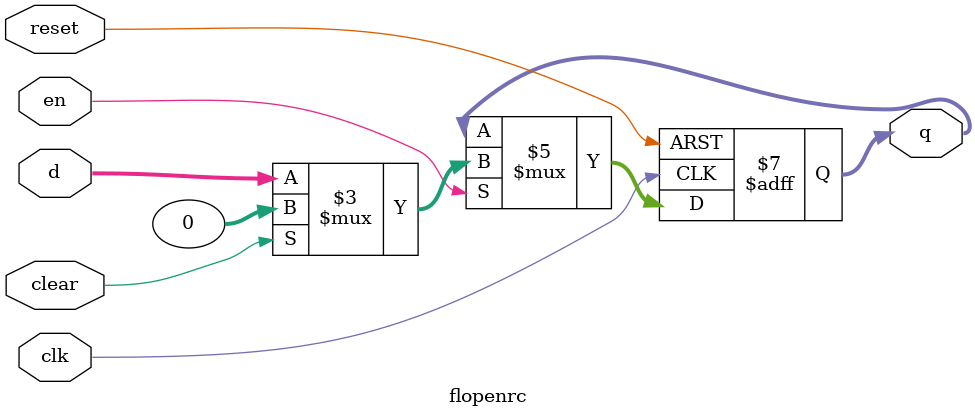
<source format=v>
module flopenrc #(
    parameter WIDTH = 32
) 
(
    input  wire                 clk,
    input  wire               reset,
    input  wire                  en,
    input  wire               clear,
    input  wire [WIDTH-1 : 0]     d,
    output reg  [WIDTH-1 : 0]     q
);
    always @(posedge clk, posedge reset) begin
        if (reset) begin
            q <= 0;
        end 
        else if (en) begin
            if (clear) begin
                q <= 0;
            end 
            else begin
                q <= d;
            end
        end
    end
    
endmodule
</source>
